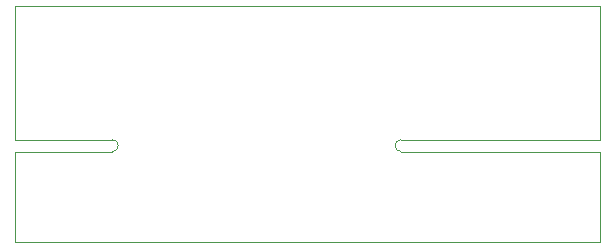
<source format=gbr>
G04 (created by PCBNEW (2013-07-07 BZR 4022)-stable) date 5/2/2017 9:55:28 AM*
%MOIN*%
G04 Gerber Fmt 3.4, Leading zero omitted, Abs format*
%FSLAX34Y34*%
G01*
G70*
G90*
G04 APERTURE LIST*
%ADD10C,0.00590551*%
%ADD11C,0.00393701*%
G04 APERTURE END LIST*
G54D10*
G54D11*
X0Y-7874D02*
X0Y-4842D01*
X19488Y-7874D02*
X19488Y-4842D01*
X0Y-7874D02*
X19488Y-7874D01*
X19488Y0D02*
X19488Y-4448D01*
X3238Y-4842D02*
G75*
G03X3435Y-4645I0J196D01*
G74*
G01*
X3435Y-4645D02*
G75*
G03X3238Y-4448I-196J0D01*
G74*
G01*
X12657Y-4645D02*
G75*
G03X12854Y-4842I196J0D01*
G74*
G01*
X12854Y-4448D02*
G75*
G03X12657Y-4645I0J-196D01*
G74*
G01*
X19488Y-4842D02*
X12854Y-4842D01*
X19488Y-4448D02*
X12854Y-4448D01*
X0Y0D02*
X0Y-4448D01*
X0Y-4842D02*
X3238Y-4842D01*
X0Y-4448D02*
X3238Y-4448D01*
X0Y0D02*
G75*
G03X0Y0I0J0D01*
G74*
G01*
X0Y0D02*
X0Y0D01*
X0Y0D02*
X0Y0D01*
X0Y0D02*
X19488Y0D01*
M02*

</source>
